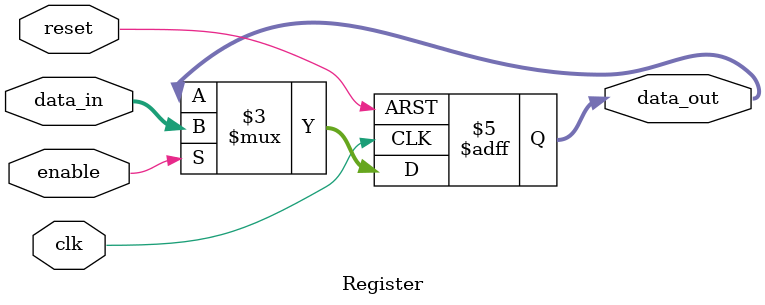
<source format=sv>
module Register
    #(parameter width = 16)(
    input clk,
    input reset,
    input enable,
    input [width-1:0] data_in,
    output reg [width-1:0] data_out
    );
    
  always @(posedge clk, negedge reset)
    begin
        if(!reset)
            data_out <= 0;
      else if(enable) 
            data_out <= data_in;
    end
  
    
endmodule
</source>
